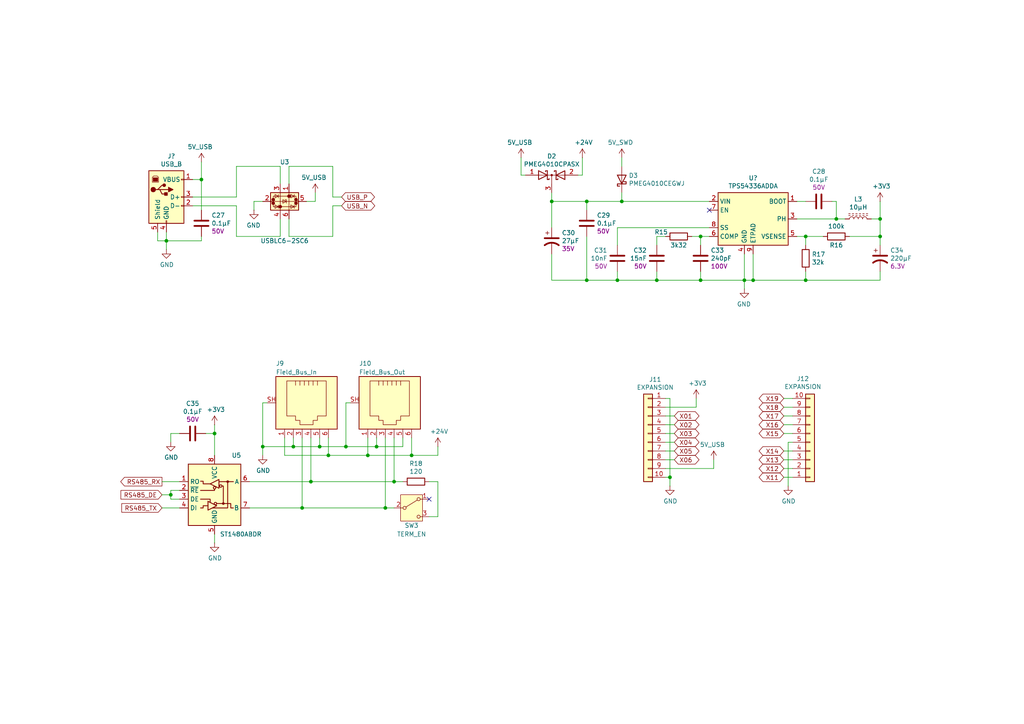
<source format=kicad_sch>
(kicad_sch (version 20231120) (generator "eeschema") (generator_version "8.0")
  (paper "A4")
  (title_block (title "Project 3104") (date "30/04/2019") (rev "1.1") (company "Douglas Almeida") (comment 1 "Brushless direct current motor driver."))
  (lib_symbols
    (symbol "Connector:RJ12_Shielded" (pin_names (offset 1.016))
      (property "Reference" "J" (at -5.08 11.43 0))
      (property "Value" "RJ12_Shielded" (at 2.54 11.43 0))
      (symbol "RJ12_Shielded_0_1"
        (polyline (pts (xy -6.35 -1.905) (xy -5.08 -1.905) (xy -5.08 -1.905)))
        (polyline (pts (xy -6.35 -0.635) (xy -5.08 -0.635) (xy -5.08 -0.635)))
        (polyline (pts (xy -6.35 0.635) (xy -5.08 0.635) (xy -5.08 0.635)))
        (polyline (pts (xy -6.35 1.905) (xy -5.08 1.905) (xy -5.08 1.905)))
        (polyline (pts (xy -6.35 3.175) (xy -5.08 3.175) (xy -5.08 3.175)))
        (polyline (pts (xy -5.08 4.445) (xy -6.35 4.445) (xy -6.35 4.445)))
        (polyline (pts (xy -6.35 -4.445) (xy -6.35 6.985) (xy 3.81 6.985) (xy 3.81 4.445) (xy 5.08 4.445) (xy 5.08 3.175) (xy 6.35 3.175) (xy 6.35 -0.635) (xy 5.08 -0.635) (xy 5.08 -1.905) (xy 3.81 -1.905) (xy 3.81 -4.445) (xy -6.35 -4.445) (xy -6.35 -4.445)))
        (rectangle (start 7.62 10.16) (end -7.62 -7.62) (stroke (width 0.254)) (fill (type background)))
      )
      (symbol "RJ12_Shielded_1_1"
        (pin passive line (at 10.16 -5.08 180) (length 2.54) (name "~") (number "1"))
        (pin passive line (at 10.16 -2.54 180) (length 2.54) (name "~") (number "2"))
        (pin passive line (at 10.16 0 180) (length 2.54) (name "~") (number "3"))
        (pin passive line (at 10.16 2.54 180) (length 2.54) (name "~") (number "4"))
        (pin passive line (at 10.16 5.08 180) (length 2.54) (name "~") (number "5"))
        (pin passive line (at 10.16 7.62 180) (length 2.54) (name "~") (number "6"))
        (pin passive line (at 0 -10.16 90) (length 2.54) (name "~") (number "SH"))
      )
    )
    (symbol "Connector:USB_B" (pin_names (offset 1.016))
      (property "Reference" "J" (at -5.08 11.43 0))
      (property "Value" "USB_B" (at -5.08 8.89 0))
      (symbol "USB_B_0_1"
        (rectangle (start -5.08 -7.62) (end 5.08 7.62) (stroke (width 0.254)) (fill (type background)))
        (circle (center -3.81 2.159) (radius 0.635) (stroke (width 0.254)) (fill (type outline)))
        (rectangle (start -3.81 5.588) (end -2.54 4.572) (fill (type outline)))
        (circle (center -0.635 3.429) (radius 0.381) (stroke (width 0.254)) (fill (type outline)))
        (rectangle (start -0.127 -7.62) (end 0.127 -6.858))
        (polyline (pts (xy -1.905 2.159) (xy 0.635 2.159)) (stroke (width 0.254)))
        (polyline (pts (xy -3.175 2.159) (xy -2.54 2.159) (xy -1.27 3.429) (xy -0.635 3.429)) (stroke (width 0.254)))
        (polyline (pts (xy -2.54 2.159) (xy -1.905 2.159) (xy -1.27 0.889) (xy 0 0.889)) (stroke (width 0.254)))
        (polyline (pts (xy 0.635 2.794) (xy 0.635 1.524) (xy 1.905 2.159) (xy 0.635 2.794)) (stroke (width 0.254)) (fill (type outline)))
        (polyline (pts (xy -4.064 4.318) (xy -2.286 4.318) (xy -2.286 5.715) (xy -2.667 6.096) (xy -3.683 6.096) (xy -4.064 5.715) (xy -4.064 4.318)))
        (rectangle (start 0.254 1.27) (end -0.508 0.508) (stroke (width 0.254)) (fill (type outline)))
        (rectangle (start 5.08 -2.667) (end 4.318 -2.413))
        (rectangle (start 5.08 -0.127) (end 4.318 0.127))
        (rectangle (start 5.08 4.953) (end 4.318 5.207))
      )
      (symbol "USB_B_1_1"
        (pin power_out line (at 7.62 5.08 180) (length 2.54) (name "VBUS") (number "1"))
        (pin bidirectional line (at 7.62 -2.54 180) (length 2.54) (name "D-") (number "2"))
        (pin bidirectional line (at 7.62 0 180) (length 2.54) (name "D+") (number "3"))
        (pin power_out line (at 0 -10.16 90) (length 2.54) (name "GND") (number "4"))
        (pin passive line (at -2.54 -10.16 90) (length 2.54) (name "Shield") (number "5"))
      )
    )
    (symbol "Connector_Generic:Conn_01x10" (pin_names (offset 1.016) hide)
      (property "Reference" "J" (at 0 12.7 0))
      (property "Value" "Conn_01x10" (at 0 -15.24 0))
      (symbol "Conn_01x10_1_1"
        (rectangle (start -1.27 -12.573) (end 0 -12.827) (stroke (width 0.1524)))
        (rectangle (start -1.27 -10.033) (end 0 -10.287) (stroke (width 0.1524)))
        (rectangle (start -1.27 -7.493) (end 0 -7.747) (stroke (width 0.1524)))
        (rectangle (start -1.27 -4.953) (end 0 -5.207) (stroke (width 0.1524)))
        (rectangle (start -1.27 -2.413) (end 0 -2.667) (stroke (width 0.1524)))
        (rectangle (start -1.27 0.127) (end 0 -0.127) (stroke (width 0.1524)))
        (rectangle (start -1.27 2.667) (end 0 2.413) (stroke (width 0.1524)))
        (rectangle (start -1.27 5.207) (end 0 4.953) (stroke (width 0.1524)))
        (rectangle (start -1.27 7.747) (end 0 7.493) (stroke (width 0.1524)))
        (rectangle (start -1.27 10.287) (end 0 10.033) (stroke (width 0.1524)))
        (rectangle (start -1.27 11.43) (end 1.27 -13.97) (stroke (width 0.254)) (fill (type background)))
        (pin passive line (at -5.08 10.16 0) (length 3.81) (name "Pin_1") (number "1"))
        (pin passive line (at -5.08 -12.7 0) (length 3.81) (name "Pin_10") (number "10"))
        (pin passive line (at -5.08 7.62 0) (length 3.81) (name "Pin_2") (number "2"))
        (pin passive line (at -5.08 5.08 0) (length 3.81) (name "Pin_3") (number "3"))
        (pin passive line (at -5.08 2.54 0) (length 3.81) (name "Pin_4") (number "4"))
        (pin passive line (at -5.08 0 0) (length 3.81) (name "Pin_5") (number "5"))
        (pin passive line (at -5.08 -2.54 0) (length 3.81) (name "Pin_6") (number "6"))
        (pin passive line (at -5.08 -5.08 0) (length 3.81) (name "Pin_7") (number "7"))
        (pin passive line (at -5.08 -7.62 0) (length 3.81) (name "Pin_8") (number "8"))
        (pin passive line (at -5.08 -10.16 0) (length 3.81) (name "Pin_9") (number "9"))
      )
    )
    (symbol "Device:C" (pin_numbers hide) (pin_names (offset 0.254))
      (property "Reference" "C" (at 0.635 2.54 0))
      (property "Value" "C" (at 0.635 -2.54 0))
      (symbol "C_0_1"
        (polyline (pts (xy -2.032 -0.762) (xy 2.032 -0.762)) (stroke (width 0.508)))
        (polyline (pts (xy -2.032 0.762) (xy 2.032 0.762)) (stroke (width 0.508)))
      )
      (symbol "C_1_1"
        (pin passive line (at 0 3.81 270) (length 2.794) (name "~") (number "1"))
        (pin passive line (at 0 -3.81 90) (length 2.794) (name "~") (number "2"))
      )
    )
    (symbol "Device:C_Polarized_US" (pin_numbers hide) (pin_names (offset 0.254) hide)
      (property "Reference" "C" (at 0.635 2.54 0))
      (property "Value" "C_Polarized_US" (at 0.635 -2.54 0))
      (symbol "C_Polarized_US_0_1"
        (polyline (pts (xy -2.032 0.762) (xy 2.032 0.762)) (stroke (width 0.508)))
        (polyline (pts (xy -1.778 2.286) (xy -0.762 2.286)))
        (polyline (pts (xy -1.27 1.778) (xy -1.27 2.794)))
        (arc (start 2.032 -1.27) (mid 0 -0.5572) (end -2.032 -1.27) (stroke (width 0.508)))
      )
      (symbol "C_Polarized_US_1_1"
        (pin passive line (at 0 3.81 270) (length 2.794) (name "~") (number "1"))
        (pin passive line (at 0 -3.81 90) (length 3.302) (name "~") (number "2"))
      )
    )
    (symbol "Device:D_Schottky" (pin_numbers hide) (pin_names (offset 1.016) hide)
      (property "Reference" "D" (at 0 2.54 0))
      (property "Value" "D_Schottky" (at 0 -2.54 0))
      (symbol "D_Schottky_0_1"
        (polyline (pts (xy 1.27 0) (xy -1.27 0)))
        (polyline (pts (xy 1.27 1.27) (xy 1.27 -1.27) (xy -1.27 0) (xy 1.27 1.27)) (stroke (width 0.254)))
        (polyline (pts (xy -1.905 0.635) (xy -1.905 1.27) (xy -1.27 1.27) (xy -1.27 -1.27) (xy -0.635 -1.27) (xy -0.635 -0.635)) (stroke (width 0.254)))
      )
      (symbol "D_Schottky_1_1"
        (pin passive line (at -3.81 0 0) (length 2.54) (name "K") (number "1"))
        (pin passive line (at 3.81 0 180) (length 2.54) (name "A") (number "2"))
      )
    )
    (symbol "Device:D_Schottky_Dual_CommonCathode_AAK" (pin_names (offset 0.762) hide)
      (property "Reference" "D" (at 1.27 -2.54 0))
      (property "Value" "D_Schottky_Dual_CommonCathode_AAK" (at 0 2.54 0))
      (symbol "D_Schottky_Dual_CommonCathode_AAK_0_1"
        (polyline (pts (xy -3.81 0) (xy 3.81 0)))
        (polyline (pts (xy 0 0) (xy 0 -2.54)))
        (polyline (pts (xy -1.27 -1.27) (xy -1.27 1.27) (xy -1.27 1.27)) (stroke (width 0.254)))
        (polyline (pts (xy 1.27 -1.27) (xy 1.27 1.27) (xy 1.27 1.27)) (stroke (width 0.254)))
        (polyline (pts (xy -1.27 -1.27) (xy -0.762 -1.27) (xy -0.762 -1.016) (xy -0.762 -1.016)) (stroke (width 0.254)))
        (polyline (pts (xy 1.27 -1.27) (xy 1.778 -1.27) (xy 1.778 -1.016) (xy 1.778 -1.016)) (stroke (width 0.254)))
        (polyline (pts (xy 1.27 1.27) (xy 0.762 1.27) (xy 0.762 1.016) (xy 0.762 1.016)) (stroke (width 0.254)))
        (polyline (pts (xy -1.778 1.016) (xy -1.778 1.27) (xy -1.27 1.27) (xy -1.27 1.27) (xy -1.27 1.27)) (stroke (width 0.254)))
        (polyline (pts (xy -3.81 1.27) (xy -1.27 0) (xy -3.81 -1.27) (xy -3.81 1.27) (xy -3.81 1.27) (xy -3.81 1.27)) (stroke (width 0.254)))
        (polyline (pts (xy 3.81 -1.27) (xy 1.27 0) (xy 3.81 1.27) (xy 3.81 -1.27) (xy 3.81 -1.27) (xy 3.81 -1.27)) (stroke (width 0.254)))
        (circle (center 0 0) (radius 0.254) (fill (type outline)))
        (pin passive line (at -7.62 0 0) (length 3.81) (name "A") (number "1"))
        (pin passive line (at 7.62 0 180) (length 3.81) (name "A") (number "2"))
        (pin passive line (at 0 -5.08 90) (length 2.54) (name "K") (number "3"))
      )
    )
    (symbol "Device:L_Ferrite" (pin_numbers hide) (pin_names (offset 1.016) hide)
      (property "Reference" "L" (at -1.27 0 90))
      (property "Value" "L_Ferrite" (at 2.794 0 90))
      (symbol "L_Ferrite_0_1"
        (arc (start 0 -2.54) (mid 0.6323 -1.905) (end 0 -1.27))
        (arc (start 0 -1.27) (mid 0.6323 -0.635) (end 0 0))
        (polyline (pts (xy 1.016 -2.794) (xy 1.016 -2.286)))
        (polyline (pts (xy 1.016 -1.778) (xy 1.016 -1.27)))
        (polyline (pts (xy 1.016 -0.762) (xy 1.016 -0.254)))
        (polyline (pts (xy 1.016 0.254) (xy 1.016 0.762)))
        (polyline (pts (xy 1.016 1.27) (xy 1.016 1.778)))
        (polyline (pts (xy 1.016 2.286) (xy 1.016 2.794)))
        (polyline (pts (xy 1.524 -2.286) (xy 1.524 -2.794)))
        (polyline (pts (xy 1.524 -1.27) (xy 1.524 -1.778)))
        (polyline (pts (xy 1.524 -0.254) (xy 1.524 -0.762)))
        (polyline (pts (xy 1.524 0.762) (xy 1.524 0.254)))
        (polyline (pts (xy 1.524 1.778) (xy 1.524 1.27)))
        (polyline (pts (xy 1.524 2.794) (xy 1.524 2.286)))
        (arc (start 0 0) (mid 0.6323 0.635) (end 0 1.27))
        (arc (start 0 1.27) (mid 0.6323 1.905) (end 0 2.54))
      )
      (symbol "L_Ferrite_1_1"
        (pin passive line (at 0 3.81 270) (length 1.27) (name "1") (number "1"))
        (pin passive line (at 0 -3.81 90) (length 1.27) (name "2") (number "2"))
      )
    )
    (symbol "Device:R" (pin_numbers hide) (pin_names (offset 0))
      (property "Reference" "R" (at 2.032 0 90))
      (property "Value" "R" (at 0 0 90))
      (symbol "R_0_1"
        (rectangle (start -1.016 -2.54) (end 1.016 2.54) (stroke (width 0.254)))
      )
      (symbol "R_1_1"
        (pin passive line (at 0 3.81 270) (length 1.27) (name "~") (number "1"))
        (pin passive line (at 0 -3.81 90) (length 1.27) (name "~") (number "2"))
      )
    )
    (symbol "Extra:5V_SWD" (power) (pin_names (offset 1.016))
      (property "Value" "5V_SWD" (at 0 3.81 0))
      (symbol "5V_SWD_1_1"
        (polyline (pts (xy -0.762 1.27) (xy 0 2.54)))
        (polyline (pts (xy 0 0) (xy 0 2.54)))
        (polyline (pts (xy 0 2.54) (xy 0.762 1.27)))
        (pin power_in line (at 0 0 90) (length 0) hide (name "5V_SWD") (number "1"))
      )
    )
    (symbol "Extra:5V_USB" (power) (pin_names (offset 1.016))
      (property "Value" "5V_USB" (at 0 3.81 0))
      (symbol "5V_USB_1_1"
        (polyline (pts (xy -0.762 1.27) (xy 0 2.54)))
        (polyline (pts (xy 0 0) (xy 0 2.54)))
        (polyline (pts (xy 0 2.54) (xy 0.762 1.27)))
        (pin power_in line (at 0 0 90) (length 0) hide (name "5V_USB") (number "1"))
      )
    )
    (symbol "Extra:RS485_Transceiver"
      (property "Reference" "U" (at -6.35 8.89 0))
      (property "Value" "RS485_Transceiver" (at 1.27 8.89 0))
      (symbol "RS485_Transceiver_0_1"
        (rectangle (start -7.62 7.62) (end 7.62 -10.16) (stroke (width 0.254)) (fill (type background)))
        (polyline (pts (xy -1.27 -3.2004) (xy -1.27 -3.4544)) (stroke (width 0.254)))
        (polyline (pts (xy 3.81 2.54) (xy 5.461 2.54)) (stroke (width 0.25)))
        (polyline (pts (xy -4.064 -2.54) (xy -1.27 -2.54) (xy -1.27 -3.175)) (stroke (width 0.254)))
        (polyline (pts (xy 0 0.381) (xy 0 0) (xy -4.064 0)) (stroke (width 0.254)))
        (polyline (pts (xy -1.905 -4.445) (xy -3.302 -4.445) (xy -3.302 -5.08) (xy -4.064 -5.08)) (stroke (width 0.25)))
        (polyline (pts (xy -1.905 -3.175) (xy -1.905 -5.715) (xy 0.635 -4.445) (xy -1.905 -3.175)) (stroke (width 0.254)))
        (polyline (pts (xy -1.27 1.905) (xy -3.302 1.905) (xy -3.302 2.667) (xy -4.064 2.667)) (stroke (width 0.25)))
        (polyline (pts (xy -1.27 1.905) (xy 1.27 3.175) (xy 1.27 0.635) (xy -1.27 1.905)) (stroke (width 0.254)))
        (polyline (pts (xy 1.27 2.54) (xy 3.81 2.54) (xy 3.81 -5.08) (xy -0.635 -5.08)) (stroke (width 0.25)))
        (polyline (pts (xy 2.159 1.27) (xy 2.54 1.27) (xy 2.54 -3.81) (xy 0.635 -3.81)) (stroke (width 0.25)))
        (polyline (pts (xy 2.54 -3.81) (xy 4.699 -3.81) (xy 4.699 -5.08) (xy 5.461 -5.08)) (stroke (width 0.25)))
        (circle (center 0 0.762) (radius 0.3556) (stroke (width 0.254)))
        (circle (center 0.254 -3.81) (radius 0.3556) (stroke (width 0.254)))
        (rectangle (start 1.27 3.175) (end 1.27 3.175))
        (circle (center 1.778 1.27) (radius 0.3556) (stroke (width 0.254)))
        (circle (center 2.54 -3.81) (radius 0.254) (stroke (width 0.25)) (fill (type outline)))
        (circle (center 3.81 2.54) (radius 0.254) (stroke (width 0.25)) (fill (type outline)))
      )
      (symbol "RS485_Transceiver_1_1"
        (pin output line (at -10.16 2.54 0) (length 2.54) (name "RO") (number "1"))
        (pin input line (at -10.16 0 0) (length 2.54) (name "~{RE}") (number "2"))
        (pin input line (at -10.16 -2.54 0) (length 2.54) (name "DE") (number "3"))
        (pin input line (at -10.16 -5.08 0) (length 2.54) (name "DI") (number "4"))
        (pin power_in line (at 0 -12.7 90) (length 2.54) (name "GND") (number "5"))
        (pin bidirectional line (at 10.16 2.54 180) (length 2.54) (name "A") (number "6"))
        (pin bidirectional line (at 10.16 -5.08 180) (length 2.54) (name "B") (number "7"))
        (pin power_in line (at 0 10.16 270) (length 2.54) (name "VCC") (number "8"))
      )
    )
    (symbol "Power_Protection:USBLC6-2SC6" (pin_names hide)
      (property "Reference" "U" (at 0.635 5.715 0))
      (property "Value" "USBLC6-2SC6" (at 0.635 3.81 0))
      (symbol "USBLC6-2SC6_0_0"
        (circle (center -1.524 0) (radius 0.0001) (stroke (width 0.508)))
        (circle (center -0.508 -4.572) (radius 0.0001) (stroke (width 0.508)))
        (circle (center -0.508 2.032) (radius 0.0001) (stroke (width 0.508)))
        (circle (center 0.508 -4.572) (radius 0.0001) (stroke (width 0.508)))
        (circle (center 0.508 2.032) (radius 0.0001) (stroke (width 0.508)))
        (circle (center 1.524 -2.54) (radius 0.0001) (stroke (width 0.508)))
      )
      (symbol "USBLC6-2SC6_0_1"
        (polyline (pts (xy -2.54 -2.54) (xy 2.54 -2.54)))
        (polyline (pts (xy -2.54 0) (xy 2.54 0)))
        (polyline (pts (xy -2.032 -3.048) (xy -1.016 -3.048)))
        (polyline (pts (xy -1.016 1.524) (xy -2.032 1.524)))
        (polyline (pts (xy 1.016 -3.048) (xy 2.032 -3.048)))
        (polyline (pts (xy 1.016 1.524) (xy 2.032 1.524)))
        (polyline (pts (xy -0.508 -1.143) (xy -0.508 -0.762) (xy 0.508 -0.762)))
        (polyline (pts (xy -2.032 0.508) (xy -1.016 0.508) (xy -1.524 1.524) (xy -2.032 0.508)))
        (polyline (pts (xy -1.016 -4.064) (xy -2.032 -4.064) (xy -1.524 -3.048) (xy -1.016 -4.064)))
        (polyline (pts (xy 0.508 -1.778) (xy -0.508 -1.778) (xy 0 -0.762) (xy 0.508 -1.778)))
        (polyline (pts (xy 2.032 -4.064) (xy 1.016 -4.064) (xy 1.524 -3.048) (xy 2.032 -4.064)))
        (polyline (pts (xy 2.032 0.508) (xy 1.016 0.508) (xy 1.524 1.524) (xy 2.032 0.508)))
        (polyline (pts (xy 0 2.54) (xy -0.508 2.032) (xy 0.508 2.032) (xy 0 1.524) (xy 0 -4.064) (xy -0.508 -4.572) (xy 0.508 -4.572) (xy 0 -5.08)))
      )
      (symbol "USBLC6-2SC6_1_1"
        (rectangle (start -2.54 2.794) (end 2.54 -5.334) (stroke (width 0.254)) (fill (type background)))
        (polyline (pts (xy -0.508 2.032) (xy -1.524 2.032) (xy -1.524 -4.572) (xy -0.508 -4.572)))
        (polyline (pts (xy 0.508 -4.572) (xy 1.524 -4.572) (xy 1.524 2.032) (xy 0.508 2.032)))
        (pin passive line (at -5.08 0 0) (length 2.54) (name "I/O1") (number "1"))
        (pin passive line (at 0 -7.62 90) (length 2.54) (name "GND") (number "2"))
        (pin passive line (at -5.08 -2.54 0) (length 2.54) (name "I/O2") (number "3"))
        (pin passive line (at 5.08 -2.54 180) (length 2.54) (name "I/O2") (number "4"))
        (pin passive line (at 0 5.08 270) (length 2.54) (name "VBUS") (number "5"))
        (pin passive line (at 5.08 0 180) (length 2.54) (name "I/O1") (number "6"))
      )
    )
    (symbol "Regulator_Switching:TPS54336ADDA"
      (property "Reference" "U" (at -8.89 8.89 0))
      (property "Value" "TPS54336ADDA" (at 3.81 8.89 0))
      (symbol "TPS54336ADDA_1_1"
        (rectangle (start -10.16 7.62) (end 10.16 -7.62) (stroke (width 0.254)) (fill (type background)))
        (pin output line (at 12.7 5.08 180) (length 2.54) (name "BOOT") (number "1"))
        (pin power_in line (at -12.7 5.08 0) (length 2.54) (name "VIN") (number "2"))
        (pin output line (at 12.7 0 180) (length 2.54) (name "PH") (number "3"))
        (pin power_in line (at -2.54 -10.16 90) (length 2.54) (name "GND") (number "4"))
        (pin input line (at 12.7 -5.08 180) (length 2.54) (name "VSENSE") (number "5"))
        (pin output line (at -12.7 -5.08 0) (length 2.54) (name "COMP") (number "6"))
        (pin input line (at -12.7 2.54 0) (length 2.54) (name "EN") (number "7"))
        (pin output line (at -12.7 -2.54 0) (length 2.54) (name "SS") (number "8"))
        (pin power_in line (at 0 -10.16 90) (length 2.54) (name "ETPAD") (number "9"))
      )
    )
    (symbol "Switch:SW_SPDT" (pin_names (offset 0) hide)
      (property "Reference" "SW" (at 0 5.08 0))
      (property "Value" "SW_SPDT" (at 0 -5.08 0))
      (symbol "SW_SPDT_0_1"
        (circle (center -2.032 0) (radius 0.4572))
        (polyline (pts (xy -1.651 0.254) (xy 1.651 2.286)))
        (circle (center 2.032 -2.54) (radius 0.4572))
        (circle (center 2.032 2.54) (radius 0.4572))
      )
      (symbol "SW_SPDT_1_1"
        (rectangle (start -3.175 3.81) (end 3.175 -3.81) (fill (type background)))
        (pin passive line (at 5.08 2.54 180) (length 2.54) (name "A") (number "1"))
        (pin passive line (at -5.08 0 0) (length 2.54) (name "B") (number "2"))
        (pin passive line (at 5.08 -2.54 180) (length 2.54) (name "C") (number "3"))
      )
    )
    (symbol "power:+24V" (power) (pin_numbers hide) (pin_names (offset 0) hide)
      (property "Value" "+24V" (at 0 3.556 0))
      (symbol "+24V_0_1"
        (polyline (pts (xy -0.762 1.27) (xy 0 2.54)))
        (polyline (pts (xy 0 0) (xy 0 2.54)))
        (polyline (pts (xy 0 2.54) (xy 0.762 1.27)))
      )
      (symbol "+24V_1_1"
        (pin power_in line (at 0 0 90) (length 0) (name "~") (number "1"))
      )
    )
    (symbol "power:+3V3" (power) (pin_numbers hide) (pin_names (offset 0) hide)
      (property "Value" "+3V3" (at 0 3.556 0))
      (symbol "+3V3_0_1"
        (polyline (pts (xy -0.762 1.27) (xy 0 2.54)))
        (polyline (pts (xy 0 0) (xy 0 2.54)))
        (polyline (pts (xy 0 2.54) (xy 0.762 1.27)))
      )
      (symbol "+3V3_1_1"
        (pin power_in line (at 0 0 90) (length 0) (name "~") (number "1"))
      )
    )
    (symbol "power:GND" (power) (pin_numbers hide) (pin_names (offset 0) hide)
      (property "Value" "GND" (at 0 -3.81 0))
      (symbol "GND_0_1"
        (polyline (pts (xy 0 0) (xy 0 -1.27) (xy 1.27 -1.27) (xy 0 -2.54) (xy -1.27 -1.27) (xy 0 -1.27)))
      )
      (symbol "GND_1_1"
        (pin power_in line (at 0 0 270) (length 0) (name "~") (number "1"))
      )
    )
  )
  (junction (at 48.26 69.85))
  (junction (at 255.27 68.58))
  (junction (at 119.38 132.08))
  (junction (at 95.25 132.08))
  (junction (at 49.53 143.51))
  (junction (at 170.18 81.28))
  (junction (at 62.23 125.73))
  (junction (at 194.31 138.43))
  (junction (at 203.2 81.28))
  (junction (at 87.63 147.32))
  (junction (at 233.68 68.58))
  (junction (at 218.44 81.28))
  (junction (at 76.2 129.54))
  (junction (at 90.17 139.7))
  (junction (at 179.07 81.28))
  (junction (at 114.3 139.7))
  (junction (at 111.76 147.32))
  (junction (at 203.2 68.58))
  (junction (at 85.09 129.54))
  (junction (at 58.42 52.07))
  (junction (at 190.5 81.28))
  (junction (at 160.02 58.42))
  (junction (at 106.68 132.08))
  (junction (at 215.9 81.28))
  (junction (at 92.71 129.54))
  (junction (at 255.27 63.5))
  (junction (at 109.22 129.54))
  (junction (at 100.33 129.54))
  (junction (at 242.57 63.5))
  (junction (at 233.68 81.28))
  (junction (at 170.18 58.42))
  (junction (at 180.34 58.42))
  (no_connect (at 124.46 144.78))
  (no_connect (at 205.74 60.96))
  (wire (pts (xy 46.99 147.32) (xy 52.07 147.32)))
  (wire (pts (xy 203.2 81.28) (xy 190.5 81.28)))
  (wire (pts (xy 160.02 55.88) (xy 160.02 58.42)))
  (wire (pts (xy 116.84 139.7) (xy 114.3 139.7)))
  (wire (pts (xy 72.39 147.32) (xy 87.63 147.32)))
  (wire (pts (xy 72.39 139.7) (xy 90.17 139.7)))
  (wire (pts (xy 215.9 73.66) (xy 215.9 81.28)))
  (wire (pts (xy 114.3 139.7) (xy 90.17 139.7)))
  (wire (pts (xy 73.66 60.96) (xy 73.66 58.42)))
  (wire (pts (xy 229.87 125.73) (xy 227.33 125.73)))
  (wire (pts (xy 227.33 123.19) (xy 229.87 123.19)))
  (wire (pts (xy 233.68 71.12) (xy 233.68 68.58)))
  (wire (pts (xy 252.73 63.5) (xy 255.27 63.5)))
  (wire (pts (xy 100.33 116.84) (xy 101.6 116.84)))
  (wire (pts (xy 127 129.54) (xy 127 132.08)))
  (wire (pts (xy 255.27 78.74) (xy 255.27 81.28)))
  (wire (pts (xy 76.2 116.84) (xy 77.47 116.84)))
  (wire (pts (xy 127 132.08) (xy 119.38 132.08)))
  (wire (pts (xy 193.04 128.27) (xy 195.58 128.27)))
  (wire (pts (xy 76.2 132.08) (xy 76.2 129.54)))
  (wire (pts (xy 96.52 57.15) (xy 99.06 57.15)))
  (wire (pts (xy 241.3 58.42) (xy 242.57 58.42)))
  (wire (pts (xy 190.5 71.12) (xy 190.5 68.58)))
  (wire (pts (xy 227.33 138.43) (xy 229.87 138.43)))
  (wire (pts (xy 106.68 127) (xy 106.68 132.08)))
  (wire (pts (xy 83.82 63.5) (xy 83.82 68.58)))
  (wire (pts (xy 81.28 68.58) (xy 68.58 68.58)))
  (wire (pts (xy 160.02 58.42) (xy 170.18 58.42)))
  (wire (pts (xy 62.23 123.19) (xy 62.23 125.73)))
  (wire (pts (xy 49.53 128.27) (xy 49.53 125.73)))
  (wire (pts (xy 218.44 73.66) (xy 218.44 81.28)))
  (wire (pts (xy 231.14 63.5) (xy 242.57 63.5)))
  (wire (pts (xy 170.18 60.96) (xy 170.18 58.42)))
  (wire (pts (xy 179.07 78.74) (xy 179.07 81.28)))
  (wire (pts (xy 193.04 133.35) (xy 195.58 133.35)))
  (wire (pts (xy 91.44 55.88) (xy 91.44 58.42)))
  (wire (pts (xy 200.66 68.58) (xy 203.2 68.58)))
  (wire (pts (xy 203.2 68.58) (xy 205.74 68.58)))
  (wire (pts (xy 193.04 120.65) (xy 195.58 120.65)))
  (wire (pts (xy 227.33 133.35) (xy 229.87 133.35)))
  (wire (pts (xy 255.27 81.28) (xy 233.68 81.28)))
  (wire (pts (xy 194.31 115.57) (xy 194.31 138.43)))
  (wire (pts (xy 95.25 132.08) (xy 95.25 127)))
  (wire (pts (xy 193.04 123.19) (xy 195.58 123.19)))
  (wire (pts (xy 52.07 142.24) (xy 49.53 142.24)))
  (wire (pts (xy 160.02 81.28) (xy 170.18 81.28)))
  (wire (pts (xy 83.82 48.26) (xy 96.52 48.26)))
  (wire (pts (xy 68.58 59.69) (xy 55.88 59.69)))
  (wire (pts (xy 227.33 130.81) (xy 229.87 130.81)))
  (wire (pts (xy 227.33 135.89) (xy 229.87 135.89)))
  (wire (pts (xy 119.38 132.08) (xy 106.68 132.08)))
  (wire (pts (xy 62.23 125.73) (xy 62.23 132.08)))
  (wire (pts (xy 92.71 129.54) (xy 85.09 129.54)))
  (wire (pts (xy 87.63 147.32) (xy 87.63 127)))
  (wire (pts (xy 49.53 143.51) (xy 46.99 143.51)))
  (wire (pts (xy 81.28 63.5) (xy 81.28 68.58)))
  (wire (pts (xy 227.33 118.11) (xy 229.87 118.11)))
  (wire (pts (xy 100.33 129.54) (xy 100.33 116.84)))
  (wire (pts (xy 215.9 81.28) (xy 203.2 81.28)))
  (wire (pts (xy 81.28 48.26) (xy 81.28 53.34)))
  (wire (pts (xy 233.68 81.28) (xy 218.44 81.28)))
  (wire (pts (xy 179.07 81.28) (xy 190.5 81.28)))
  (wire (pts (xy 151.13 45.72) (xy 151.13 50.8)))
  (wire (pts (xy 45.72 67.31) (xy 45.72 69.85)))
  (wire (pts (xy 109.22 127) (xy 109.22 129.54)))
  (wire (pts (xy 52.07 144.78) (xy 49.53 144.78)))
  (wire (pts (xy 215.9 83.82) (xy 215.9 81.28)))
  (wire (pts (xy 62.23 154.94) (xy 62.23 157.48)))
  (wire (pts (xy 242.57 58.42) (xy 242.57 63.5)))
  (wire (pts (xy 49.53 125.73) (xy 52.07 125.73)))
  (wire (pts (xy 167.64 50.8) (xy 168.91 50.8)))
  (wire (pts (xy 227.33 115.57) (xy 229.87 115.57)))
  (wire (pts (xy 58.42 69.85) (xy 48.26 69.85)))
  (wire (pts (xy 231.14 58.42) (xy 233.68 58.42)))
  (wire (pts (xy 229.87 128.27) (xy 228.6 128.27)))
  (wire (pts (xy 124.46 149.86) (xy 127 149.86)))
  (wire (pts (xy 82.55 132.08) (xy 95.25 132.08)))
  (wire (pts (xy 194.31 138.43) (xy 193.04 138.43)))
  (wire (pts (xy 48.26 67.31) (xy 48.26 69.85)))
  (wire (pts (xy 73.66 58.42) (xy 76.2 58.42)))
  (wire (pts (xy 233.68 68.58) (xy 238.76 68.58)))
  (wire (pts (xy 92.71 127) (xy 92.71 129.54)))
  (wire (pts (xy 160.02 73.66) (xy 160.02 81.28)))
  (wire (pts (xy 127 139.7) (xy 124.46 139.7)))
  (wire (pts (xy 193.04 125.73) (xy 195.58 125.73)))
  (wire (pts (xy 58.42 68.58) (xy 58.42 69.85)))
  (wire (pts (xy 228.6 128.27) (xy 228.6 140.97)))
  (wire (pts (xy 194.31 140.97) (xy 194.31 138.43)))
  (wire (pts (xy 109.22 129.54) (xy 100.33 129.54)))
  (wire (pts (xy 207.01 133.35) (xy 207.01 135.89)))
  (wire (pts (xy 179.07 71.12) (xy 179.07 66.04)))
  (wire (pts (xy 68.58 57.15) (xy 55.88 57.15)))
  (wire (pts (xy 55.88 52.07) (xy 58.42 52.07)))
  (wire (pts (xy 193.04 118.11) (xy 201.93 118.11)))
  (wire (pts (xy 233.68 78.74) (xy 233.68 81.28)))
  (wire (pts (xy 218.44 81.28) (xy 215.9 81.28)))
  (wire (pts (xy 127 139.7) (xy 127 149.86)))
  (wire (pts (xy 179.07 66.04) (xy 205.74 66.04)))
  (wire (pts (xy 203.2 71.12) (xy 203.2 68.58)))
  (wire (pts (xy 119.38 127) (xy 119.38 132.08)))
  (wire (pts (xy 255.27 58.42) (xy 255.27 63.5)))
  (wire (pts (xy 106.68 132.08) (xy 95.25 132.08)))
  (wire (pts (xy 111.76 127) (xy 111.76 147.32)))
  (wire (pts (xy 59.69 125.73) (xy 62.23 125.73)))
  (wire (pts (xy 190.5 81.28) (xy 190.5 78.74)))
  (wire (pts (xy 58.42 46.99) (xy 58.42 52.07)))
  (wire (pts (xy 207.01 135.89) (xy 193.04 135.89)))
  (wire (pts (xy 85.09 127) (xy 85.09 129.54)))
  (wire (pts (xy 83.82 48.26) (xy 83.82 53.34)))
  (wire (pts (xy 85.09 129.54) (xy 76.2 129.54)))
  (wire (pts (xy 52.07 139.7) (xy 46.99 139.7)))
  (wire (pts (xy 90.17 139.7) (xy 90.17 127)))
  (wire (pts (xy 170.18 58.42) (xy 180.34 58.42)))
  (wire (pts (xy 96.52 48.26) (xy 96.52 57.15)))
  (wire (pts (xy 68.58 68.58) (xy 68.58 59.69)))
  (wire (pts (xy 170.18 68.58) (xy 170.18 81.28)))
  (wire (pts (xy 246.38 68.58) (xy 255.27 68.58)))
  (wire (pts (xy 49.53 144.78) (xy 49.53 143.51)))
  (wire (pts (xy 255.27 68.58) (xy 255.27 71.12)))
  (wire (pts (xy 168.91 45.72) (xy 168.91 50.8)))
  (wire (pts (xy 180.34 48.26) (xy 180.34 45.72)))
  (wire (pts (xy 180.34 55.88) (xy 180.34 58.42)))
  (wire (pts (xy 96.52 59.69) (xy 99.06 59.69)))
  (wire (pts (xy 242.57 63.5) (xy 245.11 63.5)))
  (wire (pts (xy 180.34 58.42) (xy 205.74 58.42)))
  (wire (pts (xy 76.2 129.54) (xy 76.2 116.84)))
  (wire (pts (xy 151.13 50.8) (xy 152.4 50.8)))
  (wire (pts (xy 49.53 142.24) (xy 49.53 143.51)))
  (wire (pts (xy 190.5 68.58) (xy 193.04 68.58)))
  (wire (pts (xy 114.3 127) (xy 114.3 139.7)))
  (wire (pts (xy 82.55 127) (xy 82.55 132.08)))
  (wire (pts (xy 96.52 68.58) (xy 96.52 59.69)))
  (wire (pts (xy 48.26 69.85) (xy 48.26 72.39)))
  (wire (pts (xy 68.58 48.26) (xy 68.58 57.15)))
  (wire (pts (xy 255.27 63.5) (xy 255.27 68.58)))
  (wire (pts (xy 114.3 147.32) (xy 111.76 147.32)))
  (wire (pts (xy 45.72 69.85) (xy 48.26 69.85)))
  (wire (pts (xy 193.04 115.57) (xy 194.31 115.57)))
  (wire (pts (xy 160.02 66.04) (xy 160.02 58.42)))
  (wire (pts (xy 116.84 127) (xy 116.84 129.54)))
  (wire (pts (xy 227.33 120.65) (xy 229.87 120.65)))
  (wire (pts (xy 111.76 147.32) (xy 87.63 147.32)))
  (wire (pts (xy 83.82 68.58) (xy 96.52 68.58)))
  (wire (pts (xy 231.14 68.58) (xy 233.68 68.58)))
  (wire (pts (xy 81.28 48.26) (xy 68.58 48.26)))
  (wire (pts (xy 203.2 78.74) (xy 203.2 81.28)))
  (wire (pts (xy 193.04 130.81) (xy 195.58 130.81)))
  (wire (pts (xy 201.93 115.57) (xy 201.93 118.11)))
  (wire (pts (xy 92.71 129.54) (xy 100.33 129.54)))
  (wire (pts (xy 58.42 60.96) (xy 58.42 52.07)))
  (wire (pts (xy 88.9 58.42) (xy 91.44 58.42)))
  (wire (pts (xy 116.84 129.54) (xy 109.22 129.54)))
  (wire (pts (xy 170.18 81.28) (xy 179.07 81.28)))
  (global_label "X01" (shape bidirectional) (at 195.58 120.65 0) (property "Intersheetrefs" "${INTERSHEET_REFS}" (effects (hide yes))))
  (global_label "X16" (shape bidirectional) (at 227.33 123.19 180) (property "Intersheetrefs" "${INTERSHEET_REFS}" (effects (hide yes))))
  (global_label "RS485_DE" (shape input) (at 46.99 143.51 180) (property "Intersheetrefs" "${INTERSHEET_REFS}" (effects (hide yes))))
  (global_label "X15" (shape bidirectional) (at 227.33 125.73 180) (property "Intersheetrefs" "${INTERSHEET_REFS}" (effects (hide yes))))
  (global_label "RS485_TX" (shape input) (at 46.99 147.32 180) (property "Intersheetrefs" "${INTERSHEET_REFS}" (effects (hide yes))))
  (global_label "X12" (shape bidirectional) (at 227.33 135.89 180) (property "Intersheetrefs" "${INTERSHEET_REFS}" (effects (hide yes))))
  (global_label "X11" (shape bidirectional) (at 227.33 138.43 180) (property "Intersheetrefs" "${INTERSHEET_REFS}" (effects (hide yes))))
  (global_label "X13" (shape bidirectional) (at 227.33 133.35 180) (property "Intersheetrefs" "${INTERSHEET_REFS}" (effects (hide yes))))
  (global_label "USB_N" (shape bidirectional) (at 99.06 59.69 0) (property "Intersheetrefs" "${INTERSHEET_REFS}" (effects (hide yes))))
  (global_label "USB_P" (shape bidirectional) (at 99.06 57.15 0) (property "Intersheetrefs" "${INTERSHEET_REFS}" (effects (hide yes))))
  (global_label "X14" (shape bidirectional) (at 227.33 130.81 180) (property "Intersheetrefs" "${INTERSHEET_REFS}" (effects (hide yes))))
  (global_label "X18" (shape bidirectional) (at 227.33 118.11 180) (property "Intersheetrefs" "${INTERSHEET_REFS}" (effects (hide yes))))
  (global_label "X06" (shape bidirectional) (at 195.58 133.35 0) (property "Intersheetrefs" "${INTERSHEET_REFS}" (effects (hide yes))))
  (global_label "RS485_RX" (shape output) (at 46.99 139.7 180) (property "Intersheetrefs" "${INTERSHEET_REFS}" (effects (hide yes))))
  (global_label "X03" (shape bidirectional) (at 195.58 125.73 0) (property "Intersheetrefs" "${INTERSHEET_REFS}" (effects (hide yes))))
  (global_label "X05" (shape bidirectional) (at 195.58 130.81 0) (property "Intersheetrefs" "${INTERSHEET_REFS}" (effects (hide yes))))
  (global_label "X02" (shape bidirectional) (at 195.58 123.19 0) (property "Intersheetrefs" "${INTERSHEET_REFS}" (effects (hide yes))))
  (global_label "X17" (shape bidirectional) (at 227.33 120.65 180) (property "Intersheetrefs" "${INTERSHEET_REFS}" (effects (hide yes))))
  (global_label "X19" (shape bidirectional) (at 227.33 115.57 180) (property "Intersheetrefs" "${INTERSHEET_REFS}" (effects (hide yes))))
  (global_label "X04" (shape bidirectional) (at 195.58 128.27 0) (property "Intersheetrefs" "${INTERSHEET_REFS}" (effects (hide yes))))
  (symbol (lib_id "Regulator_Switching:TPS54336ADDA") (at 218.44 63.5 0) (unit 1)
    (property "Reference" "U?" (at 218.44 51.6382 0))
    (property "Value" "TPS54336ADDA" (at 218.44 53.9496 0))
    (property "Footprint" "Package_SO:TI_SO-PowerPAD-8" (effects (hide yes)))
    (property "Datasheet" "http://www.ti.com/lit/ds/symlink/tps54336a.pdf" (effects (hide yes)))
    (instances (project "" (path "" (reference "U?") (unit 1)) (path "" (reference "U4") (unit 1))))
  )
  (symbol (lib_id "Connector:RJ12_Shielded") (at 87.63 116.84 270) (unit 1)
    (property "Reference" "J9" (at 80.01 105.41 90) (effects (justify left)))
    (property "Value" "Field_Bus_In" (at 80.01 107.95 90) (effects (justify left)))
    (property "Footprint" "Extra:RJ12" (effects (hide yes)))
  )
  (symbol (lib_id "Connector:RJ12_Shielded") (at 111.76 116.84 270) (unit 1)
    (property "Reference" "J10" (at 104.14 105.41 90) (effects (justify left)))
    (property "Value" "Field_Bus_Out" (at 104.14 107.95 90) (effects (justify left)))
    (property "Footprint" "Extra:RJ12" (effects (hide yes)))
  )
  (symbol (lib_id "power:GND") (at 76.2 132.08 0) (unit 1)
    (property "Reference" "#PWR?" (effects (hide yes)))
    (property "Value" "GND" (at 76.327 136.4742 0))
    (instances (project "" (path "" (reference "#PWR?") (unit 1)) (path "" (reference "#PWR045") (unit 1))))
  )
  (symbol (lib_id "power:+3V3") (at 62.23 123.19 0) (unit 1)
    (property "Reference" "#PWR?" (effects (hide yes)))
    (property "Value" "+3V3" (at 62.611 118.7958 0))
    (instances (project "" (path "" (reference "#PWR?") (unit 1)) (path "" (reference "#PWR043") (unit 1))))
  )
  (symbol (lib_id "power:GND") (at 62.23 157.48 0) (unit 1)
    (property "Reference" "#PWR?" (effects (hide yes)))
    (property "Value" "GND" (at 62.357 161.8742 0))
    (instances (project "" (path "" (reference "#PWR?") (unit 1)) (path "" (reference "#PWR048") (unit 1))))
  )
  (symbol (lib_id "Power_Protection:USBLC6-2SC6") (at 83.82 58.42 270) (unit 1)
    (property "Reference" "U3" (at 82.55 46.99 90))
    (property "Value" "USBLC6-2SC6" (at 82.55 69.85 90))
    (property "Footprint" "Package_TO_SOT_SMD:SOT-23-6" (effects (hide yes)))
    (property "Datasheet" "http://www2.st.com/resource/en/datasheet/CD00050750.pdf" (effects (hide yes)))
  )
  (symbol (lib_id "power:GND") (at 73.66 60.96 0) (mirror y) (unit 1)
    (property "Reference" "#PWR?" (effects (hide yes)))
    (property "Value" "GND" (at 73.533 65.3542 0))
    (instances (project "" (path "" (reference "#PWR?") (unit 1)) (path "" (reference "#PWR037") (unit 1))))
  )
  (symbol (lib_id "Connector:USB_B") (at 48.26 57.15 0) (unit 1)
    (property "Reference" "J?" (at 49.7078 45.2882 0))
    (property "Value" "USB_B" (at 49.7078 47.5996 0))
    (property "Footprint" "Extra:USB_B_Samtec_USBR-B-S-S-O-TH_Horizontal_Protruded" (effects (hide yes)))
    (property "Part#" "USBR-B-S-S-O-TH" (effects (hide yes)))
    (instances (project "" (path "" (reference "J?") (unit 1)) (path "" (reference "J8") (unit 1))))
  )
  (symbol (lib_id "power:GND") (at 48.26 72.39 0) (unit 1)
    (property "Reference" "#PWR?" (effects (hide yes)))
    (property "Value" "GND" (at 48.387 76.7842 0))
    (instances (project "" (path "" (reference "#PWR?") (unit 1)) (path "" (reference "#PWR039") (unit 1))))
  )
  (symbol (lib_id "Device:C") (at 58.42 64.77 0) (unit 1)
    (property "Reference" "C27" (at 61.341 62.4586 0) (effects (justify left)))
    (property "Value" "0.1µF" (at 61.341 64.77 0) (effects (justify left)))
    (property "Footprint" "Capacitor_SMD:C_0805_2012Metric" (effects (hide yes)))
    (property "Voltage" "50V" (at 61.341 67.0814 0) (effects (justify left)))
    (property "Part#" "C0805C104K5RACTU" (effects (hide yes)))
  )
  (symbol (lib_id "Device:R") (at 120.65 139.7 270) (unit 1)
    (property "Reference" "R18" (at 120.65 134.4422 90))
    (property "Value" "120" (at 120.65 136.7536 90))
    (property "Footprint" "Resistor_SMD:R_0805_2012Metric" (effects (hide yes)))
    (property "Part#" "MC01W08055120R" (effects (hide yes)))
  )
  (symbol (lib_id "power:GND") (at 49.53 128.27 0) (unit 1)
    (property "Reference" "#PWR?" (effects (hide yes)))
    (property "Value" "GND" (at 49.657 132.6642 0))
    (instances (project "" (path "" (reference "#PWR?") (unit 1)) (path "" (reference "#PWR049") (unit 1))))
  )
  (symbol (lib_id "Device:L_Ferrite") (at 248.92 63.5 90) (unit 1)
    (property "Reference" "L3" (at 248.92 57.785 90))
    (property "Value" "10µH" (at 248.92 60.0964 90))
    (property "Footprint" "Extra:SRN6045-100M" (effects (hide yes)))
    (property "Description" "Inductor with ferrite core" (effects (hide yes)))
    (property "Part#" "SRN6045-100M" (effects (hide yes)))
  )
  (symbol (lib_id "Device:C") (at 55.88 125.73 270) (unit 1)
    (property "Reference" "C35" (at 55.88 117.0432 90))
    (property "Value" "0.1µF" (at 55.88 119.3546 90))
    (property "Footprint" "Capacitor_SMD:C_0805_2012Metric" (effects (hide yes)))
    (property "Voltage" "50V" (at 55.88 121.666 90))
    (property "Part#" "C0805C104K5RACTU" (effects (hide yes)))
  )
  (symbol (lib_id "Switch:SW_SPDT") (at 119.38 147.32 0) (unit 1)
    (property "Reference" "SW3" (at 119.38 152.4 0))
    (property "Value" "TERM_EN" (at 119.38 154.94 0))
    (property "Footprint" "Extra:Alps_SSSS213000" (effects (hide yes)))
    (property "Part#" "SSSS213000" (effects (hide yes)))
  )
  (symbol (lib_id "power:GND") (at 194.31 140.97 0) (unit 1)
    (property "Reference" "#PWR042" (effects (hide yes)))
    (property "Value" "GND" (at 194.437 145.3642 0))
  )
  (symbol (lib_id "power:+3V3") (at 201.93 115.57 0) (unit 1)
    (property "Reference" "#PWR041" (effects (hide yes)))
    (property "Value" "+3V3" (at 202.311 111.1758 0))
  )
  (symbol (lib_id "Device:C_Polarized_US") (at 160.02 69.85 0) (unit 1)
    (property "Reference" "C30" (at 162.941 67.5386 0) (effects (justify left)))
    (property "Value" "27µF" (at 162.941 69.85 0) (effects (justify left)))
    (property "Footprint" "Capacitor_SMD:CP_Elec_6.3x5.8" (effects (hide yes)))
    (property "Description" "Polarized capacitor, US symbol" (effects (hide yes)))
    (property "Voltage" "35V" (at 162.941 72.1614 0) (effects (justify left)))
    (property "Part#" "EEH-ZA1V270P" (effects (hide yes)))
  )
  (symbol (lib_id "Device:C_Polarized_US") (at 255.27 74.93 0) (unit 1)
    (property "Reference" "C34" (at 258.191 72.6186 0) (effects (justify left)))
    (property "Value" "220µF" (at 258.191 74.93 0) (effects (justify left)))
    (property "Footprint" "Capacitor_SMD:CP_Elec_6.3x5.9" (effects (hide yes)))
    (property "Description" "Polarized capacitor, US symbol" (effects (hide yes)))
    (property "Voltage" "6.3V" (at 258.191 77.2414 0) (effects (justify left)))
    (property "Part#" "6SVPE220M" (effects (hide yes)))
  )
  (symbol (lib_id "Device:C") (at 170.18 64.77 0) (unit 1)
    (property "Reference" "C29" (at 173.101 62.4586 0) (effects (justify left)))
    (property "Value" "0.1µF" (at 173.101 64.77 0) (effects (justify left)))
    (property "Footprint" "Capacitor_SMD:C_0805_2012Metric" (effects (hide yes)))
    (property "Voltage" "50V" (at 173.101 67.0814 0) (effects (justify left)))
    (property "Part#" "CC0805KRX7R9BB104" (effects (hide yes)))
  )
  (symbol (lib_id "Device:R") (at 233.68 74.93 0) (unit 1)
    (property "Reference" "R17" (at 235.458 73.7616 0) (effects (justify left)))
    (property "Value" "32k" (at 235.458 76.073 0) (effects (justify left)))
    (property "Footprint" "Resistor_SMD:R_0805_2012Metric" (effects (hide yes)))
    (property "Part#" "TNPW080532K0BETA" (effects (hide yes)))
  )
  (symbol (lib_id "Device:C") (at 237.49 58.42 270) (unit 1)
    (property "Reference" "C28" (at 237.49 49.7332 90))
    (property "Value" "0.1µF" (at 237.49 52.0446 90))
    (property "Footprint" "Capacitor_SMD:C_0805_2012Metric" (effects (hide yes)))
    (property "Voltage" "50V" (at 237.49 54.356 90))
    (property "Part#" "CC0805KRX7R9BB104" (effects (hide yes)))
  )
  (symbol (lib_id "Device:R") (at 242.57 68.58 270) (unit 1)
    (property "Reference" "R16" (at 242.57 71.12 90))
    (property "Value" "100k" (at 242.57 65.6336 90))
    (property "Footprint" "Resistor_SMD:R_0805_2012Metric" (effects (hide yes)))
    (property "Part#" "CRCW0805100KFKEA" (effects (hide yes)))
  )
  (symbol (lib_id "Device:C") (at 203.2 74.93 0) (unit 1)
    (property "Reference" "C33" (at 206.121 72.6186 0) (effects (justify left)))
    (property "Value" "240pF" (at 206.121 74.93 0) (effects (justify left)))
    (property "Footprint" "Capacitor_SMD:C_0805_2012Metric" (effects (hide yes)))
    (property "Voltage" "100V" (at 206.121 77.2414 0) (effects (justify left)))
    (property "Part#" "GRM2165C2A241JA01D" (effects (hide yes)))
  )
  (symbol (lib_id "Device:R") (at 196.85 68.58 270) (unit 1)
    (property "Reference" "R15" (at 191.77 67.31 90))
    (property "Value" "3k32" (at 196.85 71.12 90))
    (property "Footprint" "Resistor_SMD:R_0805_2012Metric" (effects (hide yes)))
    (property "Part#" "CRCW08053K32FKEA" (effects (hide yes)))
  )
  (symbol (lib_id "Device:C") (at 190.5 74.93 0) (mirror x) (unit 1)
    (property "Reference" "C32" (at 187.6044 72.6186 0) (effects (justify right)))
    (property "Value" "15nF" (at 187.6044 74.93 0) (effects (justify right)))
    (property "Footprint" "Capacitor_SMD:C_0805_2012Metric" (effects (hide yes)))
    (property "Voltage" "50V" (at 187.6044 77.2414 0) (effects (justify right)))
    (property "Part#" "CGA4F2C0G1H153J085AA" (effects (hide yes)))
  )
  (symbol (lib_id "Device:C") (at 179.07 74.93 0) (mirror x) (unit 1)
    (property "Reference" "C31" (at 176.1744 72.6186 0) (effects (justify right)))
    (property "Value" "10nF" (at 176.1744 74.93 0) (effects (justify right)))
    (property "Footprint" "Capacitor_SMD:C_0805_2012Metric" (effects (hide yes)))
    (property "Voltage" "50V" (at 176.1744 77.2414 0) (effects (justify right)))
    (property "Part#" "CC0805KRX7R9BB103" (effects (hide yes)))
  )
  (symbol (lib_id "power:+3V3") (at 255.27 58.42 0) (unit 1)
    (property "Reference" "#PWR038" (effects (hide yes)))
    (property "Value" "+3V3" (at 255.651 54.0258 0))
  )
  (symbol (lib_id "Device:D_Schottky_Dual_CommonCathode_AAK") (at 160.02 50.8 0) (unit 1)
    (property "Reference" "D2" (at 160.02 45.3136 0))
    (property "Value" "PMEG4010CPASX" (at 160.02 47.625 0))
    (property "Footprint" "Extra:SOT1061" (effects (hide yes)))
    (property "Description" "Dual Schottky diode, common cathode on pin 3" (effects (hide yes)))
  )
  (symbol (lib_id "power:GND") (at 215.9 83.82 0) (mirror y) (unit 1)
    (property "Reference" "#PWR?" (effects (hide yes)))
    (property "Value" "GND" (at 215.773 88.2142 0))
    (instances (project "" (path "" (reference "#PWR?") (unit 1)) (path "" (reference "#PWR040") (unit 1))))
  )
  (symbol (lib_id "Device:D_Schottky") (at 180.34 52.07 90) (unit 1)
    (property "Reference" "D3" (at 182.3466 50.9016 90) (effects (justify right)))
    (property "Value" "PMEG4010CEGWJ" (at 182.3466 53.213 90) (effects (justify right)))
    (property "Footprint" "Diode_SMD:D_SOD-123" (effects (hide yes)))
  )
  (symbol (lib_id "Extra:5V_USB") (at 58.42 46.99 0) (unit 1)
    (property "Reference" "#PWR0119" (effects (hide yes)))
    (property "Value" "5V_USB" (at 58.039 42.5958 0))
  )
  (symbol (lib_id "Extra:5V_USB") (at 91.44 55.88 0) (unit 1)
    (property "Reference" "#PWR0120" (effects (hide yes)))
    (property "Value" "5V_USB" (at 91.059 51.4858 0))
  )
  (symbol (lib_id "Extra:5V_USB") (at 151.13 45.72 0) (unit 1)
    (property "Reference" "#PWR0121" (effects (hide yes)))
    (property "Value" "5V_USB" (at 150.749 41.3258 0))
  )
  (symbol (lib_id "power:+24V") (at 168.91 45.72 0) (unit 1)
    (property "Reference" "#PWR0122" (effects (hide yes)))
    (property "Value" "+24V" (at 169.291 41.3258 0))
  )
  (symbol (lib_id "Extra:5V_USB") (at 207.01 133.35 0) (unit 1)
    (property "Reference" "#PWR0123" (effects (hide yes)))
    (property "Value" "5V_USB" (at 206.629 128.9558 0))
  )
  (symbol (lib_id "Extra:RS485_Transceiver") (at 62.23 142.24 0) (unit 1)
    (property "Reference" "U5" (at 68.58 132.08 0))
    (property "Value" "ST1480ABDR" (at 69.85 154.94 0))
    (property "Footprint" "Package_SO:SOIC-8_3.9x4.9mm_P1.27mm" (effects (hide yes)))
    (property "Datasheet" "https://www.st.com/resource/en/datasheet/st1480ac.pdf" (effects (hide yes)))
  )
  (symbol (lib_id "power:+24V") (at 127 129.54 0) (unit 1)
    (property "Reference" "#PWR0124" (effects (hide yes)))
    (property "Value" "+24V" (at 127.381 125.1458 0))
  )
  (symbol (lib_id "Extra:5V_SWD") (at 180.34 45.72 0) (unit 1)
    (property "Reference" "#PWR0125" (effects (hide yes)))
    (property "Value" "5V_SWD" (at 179.959 41.3258 0))
  )
  (symbol (lib_id "Connector_Generic:Conn_01x10") (at 234.95 128.27 0) (mirror x) (unit 1)
    (property "Reference" "J12" (at 232.8672 109.855 0))
    (property "Value" "EXPANSION" (at 232.8672 112.1664 0))
    (property "Footprint" "Connector_PinSocket_2.54mm:PinSocket_1x10_P2.54mm_Vertical" (effects (hide yes)))
    (property "Datasheet" "http://suddendocs.samtec.com/catalog_english/ssw_th.pdf" (effects (hide yes)))
    (property "Part#" "SSW-110-01-T-S" (effects (hide yes)))
  )
  (symbol (lib_id "Connector_Generic:Conn_01x10") (at 187.96 125.73 0) (mirror y) (unit 1)
    (property "Reference" "J11" (at 190.0428 110.0582 0))
    (property "Value" "EXPANSION" (at 190.0428 112.3696 0))
    (property "Footprint" "Connector_PinSocket_2.54mm:PinSocket_1x10_P2.54mm_Vertical" (effects (hide yes)))
    (property "Datasheet" "http://suddendocs.samtec.com/catalog_english/ssw_th.pdf" (effects (hide yes)))
    (property "Part#" "SSW-110-01-T-S" (effects (hide yes)))
  )
  (symbol (lib_id "power:GND") (at 228.6 140.97 0) (unit 1)
    (property "Reference" "#PWR016" (effects (hide yes)))
    (property "Value" "GND" (at 228.727 145.3642 0))
  )
)
</source>
